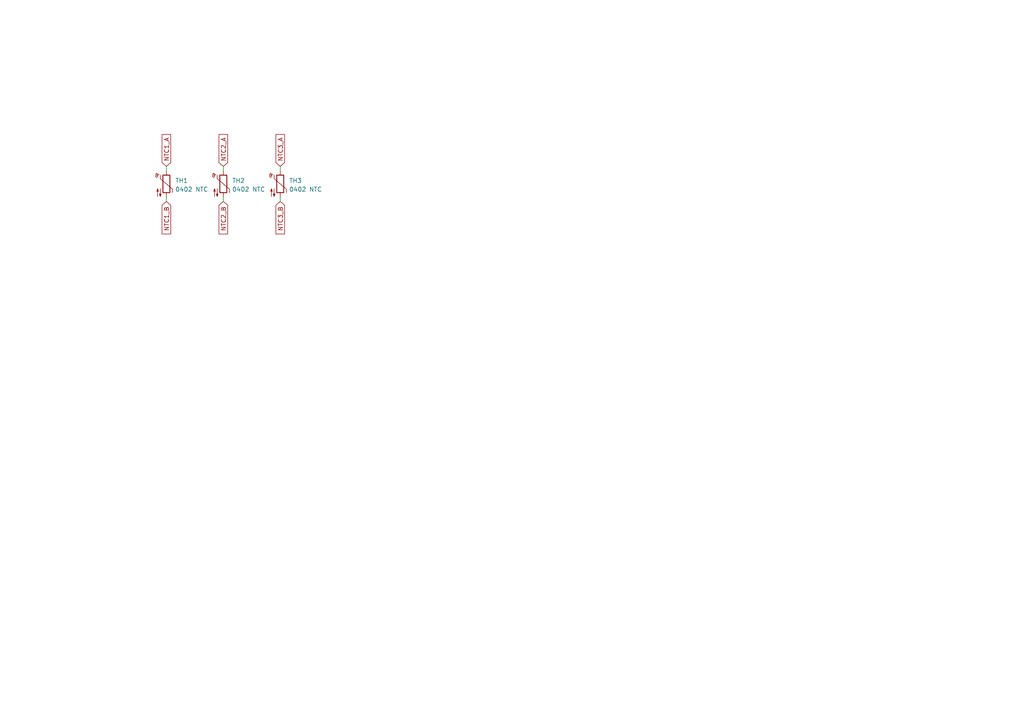
<source format=kicad_sch>
(kicad_sch (version 20231120) (generator "eeschema") (generator_version "8.0")
  (paper "A4")
  (lib_symbols
    (symbol "Device:Thermistor_NTC" (pin_numbers hide) (pin_names (offset 0))
      (property "Reference" "TH" (at -4.445 0 90))
      (property "Value" "Thermistor_NTC" (at 3.175 0 90))
      (symbol "Thermistor_NTC_0_1"
        (arc (start -3.048 2.159) (mid -3.0495 2.3143) (end -3.175 2.413))
        (arc (start -3.048 2.159) (mid -2.9736 1.9794) (end -2.794 1.905))
        (arc (start -3.048 2.794) (mid -2.9736 2.6144) (end -2.794 2.54))
        (arc (start -2.794 1.905) (mid -2.6144 1.9794) (end -2.54 2.159))
        (arc (start -2.794 2.54) (mid -2.4393 2.5587) (end -2.159 2.794))
        (arc (start -2.794 3.048) (mid -2.9736 2.9736) (end -3.048 2.794))
        (arc (start -2.54 2.794) (mid -2.6144 2.9736) (end -2.794 3.048))
        (rectangle (start -1.016 2.54) (end 1.016 -2.54) (stroke (width 0.254)))
        (polyline (pts (xy -2.54 2.159) (xy -2.54 2.794)))
        (polyline (pts (xy -1.778 2.54) (xy -1.778 1.524) (xy 1.778 -1.524) (xy 1.778 -2.54)))
        (polyline (pts (xy -2.54 -3.683) (xy -2.54 -1.397) (xy -2.794 -2.159) (xy -2.286 -2.159) (xy -2.54 -1.397) (xy -2.54 -1.651)) (fill (type outline)))
        (polyline (pts (xy -1.778 -1.397) (xy -1.778 -3.683) (xy -2.032 -2.921) (xy -1.524 -2.921) (xy -1.778 -3.683) (xy -1.778 -3.429)) (fill (type outline)))
      )
      (symbol "Thermistor_NTC_1_1"
        (pin passive line (at 0 3.81 270) (length 1.27) (name "~") (number "1"))
        (pin passive line (at 0 -3.81 90) (length 1.27) (name "~") (number "2"))
      )
    )
  )
  (wire (pts (xy 48.26 57.15) (xy 48.26 58.42)))
  (wire (pts (xy 48.26 48.26) (xy 48.26 49.53)))
  (wire (pts (xy 81.28 48.26) (xy 81.28 49.53)))
  (wire (pts (xy 81.28 57.15) (xy 81.28 58.42)))
  (wire (pts (xy 64.77 48.26) (xy 64.77 49.53)))
  (wire (pts (xy 64.77 57.15) (xy 64.77 58.42)))
  (global_label "NTC3_A" (shape input) (at 81.28 48.26 90) (property "Intersheetrefs" "${INTERSHEET_REFS}" (effects (hide yes))))
  (global_label "NTC2_A" (shape input) (at 64.77 48.26 90) (property "Intersheetrefs" "${INTERSHEET_REFS}" (effects (hide yes))))
  (global_label "NTC3_B" (shape input) (at 81.28 58.42 270) (property "Intersheetrefs" "${INTERSHEET_REFS}" (effects (hide yes))))
  (global_label "NTC1_B" (shape input) (at 48.26 58.42 270) (property "Intersheetrefs" "${INTERSHEET_REFS}" (effects (hide yes))))
  (global_label "NTC2_B" (shape input) (at 64.77 58.42 270) (property "Intersheetrefs" "${INTERSHEET_REFS}" (effects (hide yes))))
  (global_label "NTC1_A" (shape input) (at 48.26 48.26 90) (property "Intersheetrefs" "${INTERSHEET_REFS}" (effects (hide yes))))
  (symbol (lib_id "Device:Thermistor_NTC") (at 64.77 53.34 0) (unit 1)
    (property "Reference" "TH2" (at 67.31 52.3874 0) (effects (justify left)))
    (property "Value" "0402 NTC" (at 67.31 54.9274 0) (effects (justify left)))
    (property "Footprint" "Resistor_SMD:R_0402_1005Metric_Pad0.72x0.64mm_HandSolder" (effects (hide yes)))
    (property "Description" "Temperature dependent resistor, negative temperature coefficient" (effects (hide yes)))
  )
  (symbol (lib_id "Device:Thermistor_NTC") (at 81.28 53.34 0) (unit 1)
    (property "Reference" "TH3" (at 83.82 52.3874 0) (effects (justify left)))
    (property "Value" "0402 NTC" (at 83.82 54.9274 0) (effects (justify left)))
    (property "Footprint" "Resistor_SMD:R_0402_1005Metric_Pad0.72x0.64mm_HandSolder" (effects (hide yes)))
    (property "Description" "Temperature dependent resistor, negative temperature coefficient" (effects (hide yes)))
  )
  (symbol (lib_id "Device:Thermistor_NTC") (at 48.26 53.34 0) (unit 1)
    (property "Reference" "TH1" (at 50.8 52.3874 0) (effects (justify left)))
    (property "Value" "0402 NTC" (at 50.8 54.9274 0) (effects (justify left)))
    (property "Footprint" "Resistor_SMD:R_0402_1005Metric_Pad0.72x0.64mm_HandSolder" (effects (hide yes)))
    (property "Description" "Temperature dependent resistor, negative temperature coefficient" (effects (hide yes)))
  )
)
</source>
